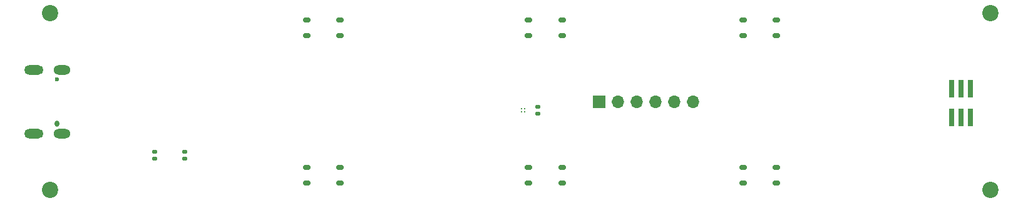
<source format=gbr>
%TF.GenerationSoftware,KiCad,Pcbnew,(7.0.0)*%
%TF.CreationDate,2023-05-08T09:15:41-04:00*%
%TF.ProjectId,AutoTiller,4175746f-5469-46c6-9c65-722e6b696361,rev?*%
%TF.SameCoordinates,Original*%
%TF.FileFunction,Soldermask,Bot*%
%TF.FilePolarity,Negative*%
%FSLAX46Y46*%
G04 Gerber Fmt 4.6, Leading zero omitted, Abs format (unit mm)*
G04 Created by KiCad (PCBNEW (7.0.0)) date 2023-05-08 09:15:41*
%MOMM*%
%LPD*%
G01*
G04 APERTURE LIST*
G04 Aperture macros list*
%AMRoundRect*
0 Rectangle with rounded corners*
0 $1 Rounding radius*
0 $2 $3 $4 $5 $6 $7 $8 $9 X,Y pos of 4 corners*
0 Add a 4 corners polygon primitive as box body*
4,1,4,$2,$3,$4,$5,$6,$7,$8,$9,$2,$3,0*
0 Add four circle primitives for the rounded corners*
1,1,$1+$1,$2,$3*
1,1,$1+$1,$4,$5*
1,1,$1+$1,$6,$7*
1,1,$1+$1,$8,$9*
0 Add four rect primitives between the rounded corners*
20,1,$1+$1,$2,$3,$4,$5,0*
20,1,$1+$1,$4,$5,$6,$7,0*
20,1,$1+$1,$6,$7,$8,$9,0*
20,1,$1+$1,$8,$9,$2,$3,0*%
G04 Aperture macros list end*
%ADD10C,2.200000*%
%ADD11R,1.700000X1.700000*%
%ADD12O,1.700000X1.700000*%
%ADD13C,0.600000*%
%ADD14O,0.600000X0.850000*%
%ADD15O,2.300000X1.300000*%
%ADD16O,2.600000X1.300000*%
%ADD17RoundRect,0.175000X-0.325000X-0.175000X0.325000X-0.175000X0.325000X0.175000X-0.325000X0.175000X0*%
%ADD18R,0.740000X2.400000*%
%ADD19RoundRect,0.140000X0.170000X-0.140000X0.170000X0.140000X-0.170000X0.140000X-0.170000X-0.140000X0*%
%ADD20RoundRect,0.140000X-0.170000X0.140000X-0.170000X-0.140000X0.170000X-0.140000X0.170000X0.140000X0*%
%ADD21C,0.250000*%
G04 APERTURE END LIST*
D10*
%TO.C,H4*%
X221200000Y-128000000D03*
%TD*%
%TO.C,H1*%
X94000000Y-104000000D03*
%TD*%
%TO.C,H2*%
X94000000Y-128000000D03*
%TD*%
D11*
%TO.C,U2*%
X168319999Y-115999999D03*
D12*
X170859999Y-115999999D03*
X173399999Y-115999999D03*
X175939999Y-115999999D03*
X178479999Y-115999999D03*
X181019999Y-115999999D03*
%TD*%
D10*
%TO.C,H3*%
X221200000Y-104000000D03*
%TD*%
D13*
%TO.C,J1*%
X94950000Y-113000000D03*
D14*
X94949999Y-118999999D03*
D15*
X95674999Y-111679999D03*
D16*
X91849999Y-111679999D03*
D15*
X95674999Y-120319999D03*
D16*
X91849999Y-120319999D03*
%TD*%
D17*
%TO.C,SW6*%
X128750000Y-127075000D03*
X133250000Y-127075000D03*
X128750000Y-124925000D03*
X133250000Y-124925000D03*
%TD*%
D18*
%TO.C,J2*%
X218469999Y-118149999D03*
X218469999Y-114249999D03*
X217199999Y-118149999D03*
X217199999Y-114249999D03*
X215929999Y-118149999D03*
X215929999Y-114249999D03*
%TD*%
D19*
%TO.C,C33*%
X108200000Y-123780000D03*
X108200000Y-122820000D03*
%TD*%
D17*
%TO.C,SW7*%
X128750000Y-107075000D03*
X133250000Y-107075000D03*
X128750000Y-104925000D03*
X133250000Y-104925000D03*
%TD*%
%TO.C,SW4*%
X158750000Y-107075000D03*
X163250000Y-107075000D03*
X158750000Y-104925000D03*
X163250000Y-104925000D03*
%TD*%
%TO.C,SW2*%
X187750000Y-107075000D03*
X192250000Y-107075000D03*
X187750000Y-104925000D03*
X192250000Y-104925000D03*
%TD*%
D20*
%TO.C,C34*%
X112200000Y-122820000D03*
X112200000Y-123780000D03*
%TD*%
D21*
%TO.C,MMC5603NJ1*%
X158200000Y-117000000D03*
X157800000Y-117000000D03*
X158200000Y-117400000D03*
X157800000Y-117400000D03*
%TD*%
D17*
%TO.C,SW5*%
X158750000Y-127075000D03*
X163250000Y-127075000D03*
X158750000Y-124925000D03*
X163250000Y-124925000D03*
%TD*%
%TO.C,SW3*%
X187750000Y-127075000D03*
X192250000Y-127075000D03*
X187750000Y-124925000D03*
X192250000Y-124925000D03*
%TD*%
D19*
%TO.C,C14*%
X160000000Y-117680000D03*
X160000000Y-116720000D03*
%TD*%
M02*

</source>
